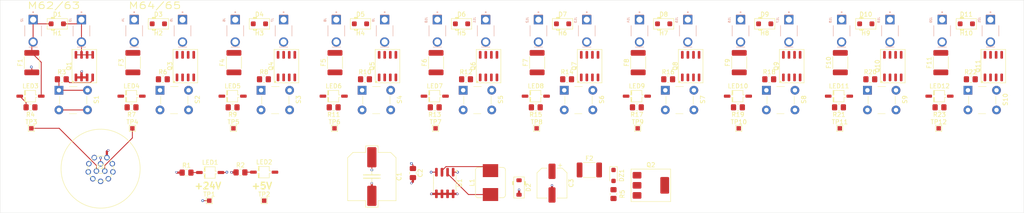
<source format=kicad_pcb>
(kicad_pcb (version 20241229) (generator "pcbnew") (generator_version "9.0")
  (layers (0 "F.Cu" signal) (4 "In1.Cu" signal) (6 "In2.Cu" signal) (2 "B.Cu" signal) (13 "F.Paste" user) (15 "B.Paste" user) (5 "F.SilkS" user "F.Silkscreen") (7 "B.SilkS" user "B.Silkscreen") (1 "F.Mask" user) (3 "B.Mask" user) (25 "Edge.Cuts" user))
  (net 0 "")
  (net 1 "/+24V")
  (net 2 "GND")
  (net 3 "/dc_dc_psu/Feedback")
  (net 4 "/solenoid_channel1/solenoid_P")
  (net 5 "/solenoid_channel1/solenoid_N")
  (net 6 "Net-(D2-K)")
  (net 7 "/solenoid_channel2/solenoid_P")
  (net 8 "/solenoid_channel2/solenoid_N")
  (net 9 "/solenoid_channel3/solenoid_N")
  (net 10 "/solenoid_channel3/solenoid_P")
  (net 11 "/solenoid_channel4/solenoid_N")
  (net 12 "/solenoid_channel4/solenoid_P")
  (net 13 "/solenoid_channel5/solenoid_P")
  (net 14 "/solenoid_channel5/solenoid_N")
  (net 15 "/solenoid_channel6/solenoid_N")
  (net 16 "/solenoid_channel6/solenoid_P")
  (net 17 "/solenoid_channel7/solenoid_N")
  (net 18 "/solenoid_channel7/solenoid_P")
  (net 19 "/solenoid_channel8/solenoid_P")
  (net 20 "/solenoid_channel8/solenoid_N")
  (net 21 "/solenoid_channel9/solenoid_P")
  (net 22 "/solenoid_channel9/solenoid_N")
  (net 23 "/solenoid_channel10/solenoid_N")
  (net 24 "/solenoid_channel10/solenoid_P")
  (net 25 "Net-(DZ1-A)")
  (net 26 "/VGATE")
  (net 27 "/CH7_IN")
  (net 28 "/CH5_IN")
  (net 29 "/CH9_IN")
  (net 30 "/CH8_IN")
  (net 31 "/CH2_IN")
  (net 32 "/CH6_IN")
  (net 33 "/CH4_IN")
  (net 34 "/CH10_IN")
  (net 35 "/CH1_IN")
  (net 36 "/CH3_IN")
  (net 37 "Net-(LED1-K)")
  (net 38 "Net-(LED2-K)")
  (net 39 "Net-(LED3-K)")
  (net 40 "Net-(LED4-K)")
  (net 41 "Net-(LED5-K)")
  (net 42 "Net-(LED6-K)")
  (net 43 "Net-(LED7-K)")
  (net 44 "Net-(LED8-K)")
  (net 45 "Net-(LED9-K)")
  (net 46 "Net-(LED10-K)")
  (net 47 "Net-(LED11-K)")
  (net 48 "Net-(LED12-K)")
  (net 49 "Net-(Q1-G)")
  (net 50 "Net-(Q3-G)")
  (net 51 "Net-(Q4-G)")
  (net 52 "Net-(Q5-G)")
  (net 53 "Net-(Q6-G)")
  (net 54 "Net-(Q7-G)")
  (net 55 "Net-(Q8-G)")
  (net 56 "Net-(Q9-G)")
  (net 57 "Net-(Q10-G)")
  (net 58 "Net-(Q11-G)")
  (footprint "Resistor_SMD:R_0805_2012Metric_Pad1.20x1.40mm_HandSolder" (layer "F.Cu") (at 136.613376 89.2095 180)
    (property "Reference" "R7")
    (property "Value" "1k2")
  )
  (footprint "TestPoint:TestPoint_Pad_1.0x1.0mm" (layer "F.Cu") (at 228.8 94)
    (property "Reference" "TP8")
    (property "Value" "CH6")
  )
  (footprint "Fuse:Fuse_1812_4532Metric_Pad1.30x3.40mm_HandSolder" (layer "F.Cu") (at 159.913376 79.0095 90)
    (property "Reference" "F4")
    (property "Value" "SMD1812P030TF")
  )
  (footprint "Fuse:Fuse_1812_4532Metric_Pad1.30x3.40mm_HandSolder" (layer "F.Cu") (at 297.913376 79.0095 90)
    (property "Reference" "F10")
    (property "Value" "SMD1812P030TF")
  )
  (footprint "Resistor_SMD:R_0805_2012Metric_Pad1.20x1.40mm_HandSolder" (layer "F.Cu") (at 258.738375 82.8095)
    (property "Reference" "R16")
    (property "Value" "4k7")
  )
  (footprint "PCM_Package_SO_AKL:SO-8_3.9x4.9mm_P1.27mm" (layer "F.Cu") (at 148.863376 79.8095 90)
    (property "Reference" "Q3")
    (property "Value" "AO4486" (hide yes))
  )
  (footprint "Fuse:Fuse_1812_4532Metric_Pad1.30x3.40mm_HandSolder" (layer "F.Cu") (at 228.913376 79.0095 90)
    (property "Reference" "F7")
    (property "Value" "SMD1812P030TF")
  )
  (footprint "PCM_Diode_SMD_AKL:D_SOD-123" (layer "F.Cu") (at 224.8 107.5 -90)
    (property "Reference" "D2")
    (property "Value" "SK34" (hide yes))
  )
  (footprint "TestPoint:TestPoint_Pad_1.0x1.0mm" (layer "F.Cu") (at 205.8 94)
    (property "Reference" "TP7")
    (property "Value" "CH5")
  )
  (footprint "PCM_LED_SMD_AKL:LED_1.8mm_GullWing" (layer "F.Cu") (at 159.613376 86.6595)
    (property "Reference" "LED5")
    (property "Value" "LED_1.8mm_SMD" (hide yes))
  )
  (footprint "Resistor_SMD:R_0805_2012Metric_Pad1.20x1.40mm_HandSolder" (layer "F.Cu") (at 166.738375 82.8095)
    (property "Reference" "R8")
    (property "Value" "4k7")
  )
  (footprint "digikey-footprints:Switch_Tactile_THT_B3F-1xxx" (layer "F.Cu") (at 143.087175 85.2989)
    (property "Reference" "S2")
    (property "Value" "B3F-1000")
  )
  (footprint "MountingHole:MountingHole_3.2mm_M3_DIN965" (layer "F.Cu") (at 188.713376 76.0845)
    (property "Reference" "H4")
    (property "Value" "solenoid_hole")
  )
  (footprint "PCM_Package_SO_AKL:SO-8_3.9x4.9mm_P1.27mm" (layer "F.Cu") (at 286.863376 79.8095 90)
    (property "Reference" "Q9")
    (property "Value" "AO4486" (hide yes))
  )
  (footprint "MountingHole:MountingHole_3.2mm_M3_DIN965" (layer "F.Cu") (at 234.713376 76.0845)
    (property "Reference" "H6")
    (property "Value" "solenoid_hole")
  )
  (footprint "PCM_Package_SO_AKL:SO-8_3.9x4.9mm_P1.27mm" (layer "F.Cu") (at 240.863376 79.8095 90)
    (property "Reference" "Q7")
    (property "Value" "AO4486" (hide yes))
  )
  (footprint "PCM_LED_SMD_AKL:LED_1.8mm_GullWing" (layer "F.Cu") (at 113.613375 86.6595)
    (property "Reference" "LED3")
    (property "Value" "LED_1.8mm_SMD" (hide yes))
  )
  (footprint "Resistor_SMD:R_0805_2012Metric_Pad1.20x1.40mm_HandSolder" (layer "F.Cu") (at 251.613376 89.2095 180)
    (property "Reference" "R17")
    (property "Value" "1k2")
  )
  (footprint "Resistor_SMD:R_0805_2012Metric_Pad1.20x1.40mm_HandSolder" (layer "F.Cu") (at 120.738375 82.8095)
    (property "Reference" "R3")
    (property "Value" "4k7")
  )
  (footprint "PCM_Diode_SMD_AKL:D_SOD-123F" (layer "F.Cu") (at 303.713376 70.159501)
    (property "Reference" "D10")
    (property "Value" "SM4007PL" (hide yes))
  )
  (footprint "Resistor_SMD:R_0805_2012Metric_Pad1.20x1.40mm_HandSolder" (layer "F.Cu") (at 274.613376 89.2095 180)
    (property "Reference" "R19")
    (property "Value" "1k2")
  )
  (footprint "Resistor_SMD:R_0805_2012Metric_Pad1.20x1.40mm_HandSolder" (layer "F.Cu") (at 189.738375 82.8095)
    (property "Reference" "R10")
    (property "Value" "4k7")
  )
  (footprint "PCM_LED_SMD_AKL:LED_1.8mm_GullWing" (layer "F.Cu") (at 182.613376 86.6595)
    (property "Reference" "LED6")
    (property "Value" "LED_1.8mm_SMD" (hide yes))
  )
  (footprint "Resistor_SMD:R_0805_2012Metric_Pad1.20x1.40mm_HandSolder" (layer "F.Cu") (at 228.613376 89.2095 180)
    (property "Reference" "R15")
    (property "Value" "1k2")
  )
  (footprint "PCM_Capacitor_SMD_US_Handsoldering_AKL:C_Elec_10x10.2" (layer "F.Cu") (at 191.3 105 -90)
    (property "Reference" "C1")
    (property "Value" "330u" (hide yes))
  )
  (footprint "PCM_Diode_SMD_AKL:D_SOD-123F" (layer "F.Cu") (at 142.713376 70.159501)
    (property "Reference" "D3")
    (property "Value" "SM4007PL" (hide yes))
  )
  (footprint "PCM_LED_SMD_AKL:LED_1.8mm_GullWing" (layer "F.Cu") (at 251.613376 86.6595)
    (property "Reference" "LED9")
    (property "Value" "LED_1.8mm_SMD" (hide yes))
  )
  (footprint "Resistor_SMD:R_0805_2012Metric_Pad1.20x1.40mm_HandSolder" (layer "F.Cu") (at 297.613376 89.2095 180)
    (property "Reference" "R21")
    (property "Value" "1k2")
  )
  (footprint "PCM_LED_SMD_AKL:LED_1.8mm_GullWing" (layer "F.Cu") (at 166.8 104)
    (property "Reference" "LED2")
    (property "Value" "LED_1.8mm_SMD" (hide yes))
  )
  (footprint "Diode_SMD:D_SOD-323_HandSoldering" (layer "F.Cu") (at 246.3 104.75 -90)
    (property "Reference" "DZ1")
    (property "Value" "BZT52-C5V6")
  )
  (footprint "PCM_LED_SMD_AKL:LED_1.8mm_GullWing" (layer "F.Cu") (at 136.613376 86.6595)
    (property "Reference" "LED4")
    (property "Value" "LED_1.8mm_SMD" (hide yes))
  )
  (footprint "MountingHole:MountingHole_3.2mm_M3_DIN965" (layer "F.Cu") (at 142.713376 76.0845)
    (property "Reference" "H2")
    (property "Value" "solenoid_hole")
  )
  (footprint "Fuse:Fuse_1812_4532Metric_Pad1.30x3.40mm_HandSolder" (layer "F.Cu") (at 182.913376 79.0095 90)
    (property "Reference" "F5")
    (property "Value" "SMD1812P030TF")
  )
  (footprint "Resistor_SMD:R_0805_2012Metric_Pad1.20x1.40mm_HandSolder" (layer "F.Cu") (at 143.738375 82.8095)
    (property "Reference" "R6")
    (property "Value" "4k7")
  )
  (footprint "Fuse:Fuse_1812_4532Metric_Pad1.30x3.40mm_HandSolder" (layer "F.Cu") (at 274.913376 79.0095 90)
    (property "Reference" "F9")
    (property "Value" "SMD1812P030TF")
  )
  (footprint "TestPoint:TestPoint_Pad_1.0x1.0mm" (layer "F.Cu") (at 166.8 110.5)
    (property "Reference" "TP2")
    (property "Value" "VGATE")
  )
  (footprint "MountingHole:MountingHole_3.2mm_M3_DIN965" (layer "F.Cu") (at 211.713376 76.0845)
    (property "Reference" "H5")
    (property "Value" "solenoid_hole")
  )
  (footprint "PCM_Diode_SMD_AKL:D_SOD-123F" (layer "F.Cu") (at 188.713376 70.159501)
    (property "Reference" "D5")
    (property "Value" "SM4007PL" (hide yes))
  )
  (footprint "digikey-footprints:Switch_Tactile_THT_B3F-1xxx" (layer "F.Cu") (at 304.087175 85.2989)
    (property "Reference" "S9")
    (property "Value" "B3F-1000")
  )
  (footprint "digikey-footprints:Switch_Tactile_THT_B3F-1xxx" (layer "F.Cu") (at 258.087175 85.2989)
    (property "Reference" "S7")
    (property "Value" "B3F-1000")
  )
  (footprint "MountingHole:MountingHole_3.2mm_M3_DIN965" (layer "F.Cu") (at 303.713376 76.0845)
    (property "Reference" "H9")
    (property "Value" "solenoid_hole")
  )
  (footprint "digikey-footprints:Switch_Tactile_THT_B3F-1xxx" (layer "F.Cu") (at 235.087175 85.2989)
    (property "Reference" "S6")
    (property "Value" "B3F-1000")
  )
  (footprint "Capacitor_SMD:C_0805_2012Metric_Pad1.18x1.45mm_HandSolder" (layer "F.Cu") (at 200.645 104.2 -90)
    (property "Reference" "C2")
    (property "Value" "3.3n")
  )
  (footprint "digikey-footprints:Switch_Tactile_THT_B3F-1xxx" (layer "F.Cu") (at 326.962175 85.2989)
    (property "Reference" "S10")
    (property "Value" "B3F-1000")
  )
  (footprint "TestPoint:TestPoint_Pad_1.0x1.0mm" (layer "F.Cu") (at 182.8 94)
    (property "Reference" "TP6")
    (property "Value" "CH4")
  )
  (footprint "Fuse:Fuse_1812_4532Metric_Pad1.30x3.40mm_HandSolder" (layer "F.Cu") (at 320.788376 79.0095 90)
    (property "Reference" "F11")
    (property "Value" "SMD1812P030TF")
  )
  (footprint "MountingHole:MountingHole_3.2mm_M3_DIN965" (layer "F.Cu") (at 257.713376 76.0845)
    (property "Reference" "H7")
    (property "Value" "solenoid_hole")
  )
  (footprint "Fuse:Fuse_1812_4532Metric_Pad1.30x3.40mm_HandSolder" (layer "F.Cu") (at 113.913375 79.0095 90)
    (property "Reference" "F1")
    (property "Value" "SMD1812P030TF")
  )
  (footprint "TestPoint:TestPoint_Pad_1.0x1.0mm" (layer "F.Cu") (at 154.3 110.5)
    (property "Reference" "TP1")
    (property "Value" "+24v")
  )
  (footprint "Resistor_SMD:R_0805_2012Metric_Pad1.20x1.40mm_HandSolder" (layer "F.Cu") (at 212.738375 82.8095)
    (property "Reference" "R12")
    (property "Value" "4k7")
  )
  (footprint "PCM_LED_SMD_AKL:LED_1.8mm_GullWing" (layer "F.Cu") (at 205.613376 86.6595)
    (property "Reference" "LED7")
    (property "Value" "LED_1.8mm_SMD" (hide yes))
  )
  (footprint "PCM_Package_TO_SOT_SMD_AKL:SOT-223-3_TabPin2" (layer "F.Cu") (at 254.8 107)
    (property "Reference" "Q2")
    (property "Value" "BT148W-600R" (hide yes))
  )
  (footprint "MountingHole:MountingHole_3.2mm_M3_DIN965" (layer "F.Cu") (at 119.713375 76.0845)
    (property "Reference" "H1")
    (property "Value" "solenoid_hole")
  )
  (footprint "PCM_Package_SO_AKL:SO-8_3.9x4.9mm_P1.27mm" (layer "F.Cu") (at 125.863375 79.8095 90)
    (property "Reference" "Q1")
    (property "Value" "AO4486" (hide yes))
  )
  (footprint "MountingHole:MountingHole_3.2mm_M3_DIN965" (layer "F.Cu") (at 280.713376 76.0845)
    (property "Reference" "H8")
    (property "Value" "solenoid_hole")
  )
  (footprint "PCM_Diode_SMD_AKL:D_SOD-123F" (layer "F.Cu") (at 257.713376 70.159501)
    (property "Reference" "D8")
    (property "Value" "SM4007PL" (hide yes))
  )
  (footprint "PCM_Package_SO_AKL:SO-8_3.9x4.9mm_P1.27mm" (layer "F.Cu") (at 309.863376 79.8095 90)
    (property "Reference" "Q10")
    (property "Value" "AO4486" (hide yes))
  )
  (footprint "PCM_Diode_SMD_AKL:D_SOD-123F" (layer "F.Cu") (at 280.713376 70.159501)
    (property "Reference" "D9")
    (property "Value" "SM4007PL" (hide yes))
  )
  (footprint "Resistor_SMD:R_0805_2012Metric_Pad1.20x1.40mm_HandSolder" (layer "F.Cu") (at 281.738375 82.8095)
    (property "Reference" "R18")
    (property "Value" "4k7")
  )
  (footprint "PCM_LED_SMD_AKL:LED_1.8mm_GullWing" (layer "F.Cu") (at 154.5 104.075)
    (property "Reference" "LED1")
    (property "Value" "LED_1.8mm_SMD" (hide yes))
  )
  (footprint "PCM_Diode_SMD_AKL:D_SOD-123F" (layer "F.Cu") (at 165.713376 70.159501)
    (property "Reference" "D4")
    (property "Value" "SM4007PL" (hide yes))
  )
  (footprint "Resistor_SMD:R_0805_2012Metric_Pad1.20x1.40mm_HandSolder" (layer "F.Cu") (at 113.613375 89.2095 180)
    (property "Reference" "R4")
    (property "Value" "1k2")
  )
  (footprint "PCM_Package_SO_AKL:SO-8_3.9x4.9mm_P1.27mm" (layer "F.Cu") (at 263.863376 79.8095 90)
    (property "Reference" "Q8")
    (property "Value" "AO4486" (hide yes))
  )
  (footprint "Package_SO:SOIC-8_3.9x4.9mm_P1.27mm" (layer "F.Cu") (at 207.895 106.475 -90)
    (property "Reference" "U1")
    (property "Value" "XL1509-5.0")
  )
  (footprint "Capacitor_SMD:CP_Elec_6.3x5.8" (layer "F.Cu") (at 232.3 106.5 -90)
    (property "Reference" "C3")
    (property "Value" "180u")
  )
  (footprint "Resistor_SMD:R_0805_2012Metric_Pad1.20x1.40mm_HandSolder" (layer "F.Cu") (at 149.125 104.1)
    (property "Reference" "R1")
    (property "Value" "1k2")
  )
  (footprint "PCM_LED_SMD_AKL:LED_1.8mm_GullWing" (layer "F.Cu") (at 228.613376 86.6595)
    (property "Reference" "LED8")
    (property "Value" "LED_1.8mm_SMD" (hide yes))
  )
  (footprint "Resistor_SMD:R_0805_2012Metric_Pad1.20x1.40mm_HandSolder" (layer "F.Cu") (at 327.613375 82.8095)
    (property "Reference" "R22")
    (property "Value" "4k7")
  )
  (footprint "PCM_LED_SMD_AKL:LED_1.8mm_GullWing" (layer "F.Cu") (at 274.613376 86.6595)
    (property "Reference" "LED10")
    (property "Value" "LED_1.8mm_SMD" (hide yes))
  )
  (footprint "Resistor_SMD:R_0805_2012Metric_Pad1.20x1.40mm_HandSolder" (layer "F.Cu") (at 320.488376 89.2095 180)
    (property "Reference" "R23")
    (property "Value" "1k2")
  )
  (footprint "PCM_Diode_SMD_AKL:D_SOD-123F" (layer "F.Cu") (at 211.713376 70.159501)
    (property "Reference" "D6")
    (property "Value" "SM4007PL" (hide yes))
  )
  (footprint "Resistor_SMD:R_0805_2012Metric_Pad1.20x1.40mm_HandSolder" (layer "F.Cu") (at 161.4 104.05)
    (property "Reference" "R2")
    (property "Value" "1k2")
  )
  (footprint "PCM_Package_SO_AKL:SO-8_3.9x4.9mm_P1.27mm" (layer "F.Cu") (at 217.863376 79.8095 90)
    (property "Reference" "Q6")
    (property "Value" "AO4486" (hide yes))
  )
  (footprint "Fuse:Fuse_1812_4532Metric_Pad1.30x3.40mm_HandSolder" (layer "F.Cu") (at 205.913376 79.0095 90)
    (property "Reference" "F6")
    (property "Value" "SMD1812P030TF")
  )
  (footprint "Resistor_SMD:R_0805_2012Metric_Pad1.20x1.40mm_HandSolder" (layer "F.Cu") (at 159.613376 89.2095 180)
    (property "Reference" "R9")
    (property "Value" "1k2")
  )
  (footprint "Resistor_SMD:R_0805_2012Metric_Pad1.20x1.40mm_HandSolder" (layer "F.Cu") (at 182.613376 89.2095 180)
    (property "Reference" "R11")
    (property "Value" "1k2")
  )
  (footprint "Resistor_SMD:R_0805_2012Metric_Pad1.20x1.40mm_HandSolder" (layer "F.Cu") (at 304.738375 82.8095)
    (property "Reference" "R20")
    (property "Value" "4k7")
  )
  (footprint "TestPoint:TestPoint_Pad_1.0x1.0mm" (layer "F.Cu") (at 251.8 94)
    (property "Reference" "TP9")
    (property "Value" "CH7")
  )
  (footprint "MountingHole:MountingHole_3.2mm_M3_DIN965" (layer "F.Cu") (at 326.588376 76.0845)
    (property "Reference" "H10")
    (property "Value" "solenoid_hole")
  )
  (footprint "solenoid_fp:M12-P12A-GPBM12" (layer "F.Cu") (at 129.57 103.2)
    (property "Reference" "J1")
    (property "Value" "Conn_01x12_Pin")
  )
  (footprint "TestPoint:TestPoint_Pad_1.0x1.0mm" (layer "F.Cu") (at 274.8 94)
    (property "Reference" "TP10")
    (property "Value" "CH8")
  )
  (footprint "digikey-footprints:Switch_Tactile_THT_B3F-1xxx" (layer "F.Cu") (at 189.087175 85.2989)
    (property "Reference" "S4")
    (property "Value" "B3F-1000")
  )
  (footprint "Resistor_SMD:R_0805_2012Metric_Pad1.20x1.40mm_HandSolder" (layer "F.Cu") (at 205.613376 89.2095 180)
    (property "Reference" "R13")
    (property "Value" "1k2")
  )
  (footprint "PCM_Diode_SMD_AKL:D_SOD-123F" (layer "F.Cu") (at 234.713376 70.159501)
    (property "Reference" "D7")
    (property "Value" "SM4007PL" (hide yes))
  )
  (footprint "TestPoint:TestPoint_Pad_1.0x1.0mm" (layer "F.Cu") (at 320.3 94)
    (property "Reference" "TP12")
    (property "Value" "CH10")
  )
  (footprint "PCM_LED_SMD_AKL:LED_1.8mm_GullWing" (layer "F.Cu") (at 320.488376 86.6595)
    (property "Reference" "LED12")
    (property "Value" "LED_1.8mm_SMD" (hide yes))
  )
  (footprint "digikey-footprints:Switch_Tactile_THT_B3F-1xxx" (layer "F.Cu") (at 212.087175 85.2989)
    (property "Reference" "S5")
    (property "Value" "B3F-1000")
  )
  (footprint "PCM_Diode_SMD_AKL:D_SOD-123F" (layer "F.Cu") (at 119.713375 70.1595)
    (property "Reference" "D1")
    (property "Value" "SM4007PL" (hide yes))
  )
  (footprint "PCM_Package_SO_AKL:SO-8_3.9x4.9mm_P1.27mm" (layer "F.Cu") (at 332.738376 79.8095 90)
    (property "Reference" "Q11")
    (property "Value" "AO4486" (hide yes))
  )
  (footprint "Fuse:Fuse_1812_4532Metric_Pad1.30x3.40mm_HandSolder" (layer "F.Cu") (at 251.913376 79.0095 90)
    (property "Reference" "F8")
    (property "Value" "SMD1812P030TF")
  )
  (footprint "TestPoint:TestPoint_Pad_1.0x1.0mm" (layer "F.Cu") (at 136.8 94)
    (property "Reference" "TP4")
    (property "Value" "CH2")
  )
  (footprint "TestPoint:TestPoint_Pad_1.0x1.0mm" (layer "F.Cu") (at 159.8 94)
    (property "Reference" "TP5")
    (property "Value" "CH3")
  )
  (footprint "TestPoint:TestPoint_Pad_1.0x1.0mm" (layer "F.Cu") (at 113.8 94)
    (property "Reference" "TP3")
    (property "Value" "CH1")
  )
  (footprint "PCM_Package_SO_AKL:SO-8_3.9x4.9mm_P1.27mm" (layer "F.Cu") (at 171.863376 79.8095 90)
    (property "Reference" "Q4")
    (property "Value" "AO4486" (hide yes))
  )
  (footprint "MountingHole:MountingHole_3.2mm_M3_DIN965" (layer "F.Cu") (at 165.713376 76.0845)
    (property "Reference" "H3")
    (property "Value" "solenoid_hole")
  )
  (footprint "PCM_Diode_SMD_AKL:D_SOD-123F" (layer "F.Cu") (at 326.588376 70.159501)
    (property "Reference" "D11")
    (property "Value" "SM4007PL" (hide yes))
  )
  (footprint "PCM_LED_SMD_AKL:LED_1.8mm_GullWing" (layer "F.Cu") (at 297.613376 86.6595)
    (property "Reference" "LED11")
    (property "Value" "LED_1.8mm_SMD" (hide yes))
  )
  (footprint "digikey-footprints:Switch_Tactile_THT_B3F-1xxx" (layer "F.Cu") (at 166.087175 85.2989)
    (property "Reference" "S3")
    (property "Value" "B3F-1000")
  )
  (footprint "Fuse:Fuse_1812_4532Metric_Pad1.30x3.40mm_HandSolder" (layer "F.Cu") (at 240.8 103.5)
    (property "Reference" "F2")
    (property "Value" "SMD1812P075TF/33")
  )
  (footprint "digikey-footprints:Switch_Tactile_THT_B3F-1xxx" (layer "F.Cu") (at 281.087175 85.2989)
    (property "Reference" "S8")
    (property "Value" "B3F-1000")
  )
  (footprint "Resistor_SMD:R_0805_2012Metric_Pad1.20x1.40mm_HandSolder" (layer "F.Cu") (at 246.3 109 -90)
    (property "Reference" "R5")
    (property "Value" "1k")
  )
  (footprint "Inductor_SMD:L_Bourns_SRP7028A_7.3x6.6mm" (layer "F.Cu") (at 218.3 106.375 90)
    (property "Reference" "L1")
    (property "Value" "68u")
  )
  (footprint "digikey-footprints:Switch_Tactile_THT_B3F-1xxx" (layer "F.Cu") (at 120.087175 85.2989)
    (property "Reference" "S1")
    (property "Value" "B3F-1000")
  )
  (footprint "Fuse:Fuse_1812_4532Metric_Pad1.30x3.40mm_HandSolder" (layer "F.Cu") (at 136.913376 79.0095 90)
    (property "Reference" "F3")
    (property "Value" "SMD1812P030TF")
  )
  (footprint "TestPoint:TestPoint_Pad_1.0x1.0mm" (layer "F.Cu") (at 297.8 94)
    (property "Reference" "TP11")
    (property "Value" "CH9")
  )
  (footprint "Resistor_SMD:R_0805_2012Metric_Pad1.20x1.40mm_HandSolder" (layer "F.Cu") (at 235.738375 82.8095)
    (property "Reference" "R14")
    (property "Value" "4k7")
  )
  (footprint "PCM_Package_SO_AKL:SO-8_3.9x4.9mm_P1.27mm" (layer "F.Cu") (at 194.863376 79.8095 90)
    (property "Reference" "Q5")
    (property "Value" "AO4486" (hide yes))
  )
  (footprint "solenoid_fp:TE_1217080-1" (layer "B.Cu") (at 125.213375 71.7595 -90)
    (property "Reference" "J3")
    (property "Value" "1217080-1")
  )
  (footprint "solenoid_fp:TE_1217080-1" (layer "B.Cu") (at 160.213376 71.7595 -90)
    (property "Reference" "J6")
    (property "Value" "1217080-1")
  )
  (footprint "solenoid_fp:TE_1217080-1" (layer "B.Cu") (at 321.088376 71.7595 -90)
    (property "Reference" "J20")
    (property "Value" "1217080-1")
  )
  (footprint "solenoid_fp:TE_1217080-1" (layer "B.Cu") (at 206.213376 71.7595 -90)
    (property "Reference" "J10")
    (property "Value" "1217080-1")
  )
  (footprint "solenoid_fp:TE_1217080-1" (layer "B.Cu") (at 229.213376 71.7595 -90)
    (property "Reference" "J12")
    (property "Value" "1217080-1")
  )
  (footprint "solenoid_fp:TE_1217080-1" (layer "B.Cu") (at 194.213376 71.7595 -90)
    (property "Reference" "J9")
    (property "Value" "1217080-1")
  )
  (footprint "solenoid_fp:TE_1217080-1" (layer "B.Cu") (at 240.213376 71.7595 -90)
    (property "Reference" "J13")
    (property "Value" "1217080-1")
  )
  (footprint "solenoid_fp:TE_1217080-1" (layer "B.Cu") (at 252.213376 71.7595 -90)
    (property "Reference" "J14")
    (property "Value" "1217080-1")
  )
  (footprint "solenoid_fp:TE_1217080-1" (layer "B.Cu") (at 148.213376 71.7595 -90)
    (property "Reference" "J5")
    (property "Value" "1217080-1")
  )
  (footprint "solenoid_fp:TE_1217080-1" (layer "B.Cu") (at 183.213376 71.7595 -90)
    (property "Reference" "J8")
    (property "Value" "1217080-1")
  )
  (footprint "solenoid_fp:TE_1217080-1" (layer "B.Cu") (at 298.213376 71.7595 -90)
    (property "Reference" "J18")
    (property "Value" "1217080-1")
  )
  (footprint "solenoid_fp:TE_1217080-1" (layer "B.Cu") (at 263.213376 71.7595 -90)
    (property "Reference" "J15")
    (property "Value" "1217080-1")
  )
  (footprint "solenoid_fp:TE_1217080-1" (layer "B.Cu") (at 137.213376 71.7595 -90)
    (property "Reference" "J4")
    (property "Value" "1217080-1")
  )
  (footprint "solenoid_fp:TE_1217080-1" (layer "B.Cu") (at 309.213376 71.7595 -90)
    (property "Reference" "J19")
    (property "Value" "1217080-1")
  )
  (footprint "solenoid_fp:TE_1217080-1" (layer "B.Cu") (at 171.213376 71.7595 -90)
    (property "Reference" "J7")
    (property "Value" "1217080-1")
  )
  (footprint "solenoid_fp:TE_1217080-1" (layer "B.Cu") (at 114.213375 71.7595 -90)
    (property "Reference" "J2")
    (property "Value" "1217080-1")
  )
  (footprint "solenoid_fp:TE_1217080-1" (layer "B.Cu") (at 286.213376 71.7595 -90)
    (property "Reference" "J17")
    (property "Value" "1217080-1")
  )
  (footprint "solenoid_fp:TE_1217080-1" (layer "B.Cu") (at 275.213376 71.7595 -90)
    (property "Reference" "J16")
    (property "Value" "1217080-1")
  )
  (footprint "solenoid_fp:TE_1217080-1" (layer "B.Cu") (at 332.088376 71.7595 -90)
    (property "Reference" "J21")
    (property "Value" "1217080-1")
  )
  (footprint "solenoid_fp:TE_1217080-1" (layer "B.Cu") (at 217.213376 71.7595 -90)
    (property "Reference" "J11")
    (property "Value" "1217080-1")
  )
  (gr_rect (start 106.7 64.75) (end 339.7 113.25) (stroke (width 0.05)) (fill no) (layer "Edge.Cuts"))
  (gr_text "M64/65" (at 135.8 66 0) (layer "F.SilkS") (effects (font (size 1.5 2) (thickness 0.1875)) (justify left)))
  (gr_text "+5V" (at 163.8 108 0) (layer "F.SilkS") (effects (font (size 1.5 1.5) (thickness 0.3) (bold yes)) (justify left bottom)))
  (gr_text "+24V" (at 150.8 108 0) (layer "F.SilkS") (effects (font (size 1.5 1.5) (thickness 0.3) (bold yes)) (justify left bottom)))
  (gr_text "M62/63" (at 112.8 66 0) (layer "F.SilkS") (effects (font (size 1.5 2) (thickness 0.1875)) (justify left)))
  (segment (start 156.95 104.075) (end 158.225 104.075) (width 0.2) (layer "F.Cu") (net 1))
  (segment (start 200.645 102.345) (end 200.3 102) (width 0.2) (layer "F.Cu") (net 1))
  (segment (start 154.3 110.5) (end 152.8 110.5) (width 0.2) (layer "F.Cu") (net 1))
  (segment (start 200.645 103.1625) (end 200.645 102.345) (width 0.2) (layer "F.Cu") (net 1))
  (segment (start 209.8 104) (end 210.8 104) (width 0.2) (layer "F.Cu") (net 1))
  (segment (start 191.3 100.6) (end 191.3 103.5) (width 0.2) (layer "F.Cu") (net 1))
  (segment (start 129.57 100.73) (end 129.57 102.1) (width 0.2) (layer "F.Cu") (net 1))
  (segment (start 158.225 104.075) (end 158.3 104) (width 0.2) (layer "F.Cu") (net 1))
  (segment (start 205.99 104) (end 204.8 104) (width 0.2) (layer "F.Cu") (net 1))
  (segment (start 113.913375 80.113375) (end 113.8 80) (width 0.2) (layer "F.Cu") (net 1))
  (segment (start 113.913375 81.2345) (end 113.913375 80.113375) (width 0.2) (layer "F.Cu") (net 1))
  (via (at 191.3 103.5) (size 0.6) (drill 0.3) (layers "F.Cu" "B.Cu") (net 1))
  (via (at 204.8 104) (size 0.6) (drill 0.3) (layers "F.Cu" "B.Cu") (net 1))
  (via (at 200.3 102) (size 0.6) (drill 0.3) (layers "F.Cu" "B.Cu") (net 1))
  (via (at 210.8 104) (size 0.6) (drill 0.3) (layers "F.Cu" "B.Cu") (net 1))
  (via (at 113.8 80) (size 0.6) (drill 0.3) (layers "F.Cu" "B.Cu") (net 1))
  (via (at 129.57 100.73) (size 0.6) (drill 0.3) (layers "F.Cu" "B.Cu") (net 1))
  (via (at 152.8 110.5) (size 0.6) (drill 0.3) (layers "F.Cu" "B.Cu") (net 1))
  (via (at 158.3 104) (size 0.6) (drill 0.3) (layers "F.Cu" "B.Cu") (net 1))
  (segment (start 131 99.3) (end 131.3 99) (width 0.5) (layer "F.Cu") (net 2))
  (segment (start 191.3 109.4) (end 191.3 106.5) (width 0.5) (layer "F.Cu") (net 2))
  (segment (start 205.99 108.95) (end 209.8 108.95) (width 0.5) (layer "F.Cu") (net 2))
  (segment (start 125.228375 82.3845) (end 125.228375 81.071625) (width 0.5) (layer "F.Cu") (net 2))
  (segment (start 204.8 109) (end 204.85 108.95) (width 0.5) (layer "F.Cu") (net 2))
  (segment (start 148.125 104.1) (end 146.9 104.1) (width 0.5) (layer "F.Cu") (net 2))
  (segment (start 123.958375 82.3845) (end 126.498375 82.3845) (width 0.5) (layer "F.Cu") (net 2))
  (segment (start 125.228375 81.071625) (end 125.3 81) (width 0.5) (layer "F.Cu") (net 2))
  (segment (start 205.99 108.95) (end 204.85 108.95) (width 0.5) (layer "F.Cu") (net 2))
  (segment (start 232.3 109.2) (end 232.3 107) (width 0.5) (layer "F.Cu") (net 2))
  (segment (start 131 100.68) (end 131 99.3) (width 0.5) (layer "F.Cu") (net 2))
  (segment (start 200.645 106.155) (end 200.3 106.5) (width 0.5) (layer "F.Cu") (net 2))
  (segment (start 224.8 109.15) (end 224.8 108) (width 0.5) (layer "F.Cu") (net 2))
  (segment (start 209.8 108.95) (end 210.75 108.95) (width 0.5) (layer "F.Cu") (net 2))
  (segment (start 200.645 105.2375) (end 200.645 106.155) (width 0.5) (layer "F.Cu") (net 2))
  (segment (start 159.3 104) (end 159.35 104.05) (width 0.5) (layer "F.Cu") (net 2))
  (segment (start 210.8 109) (end 210.75 108.95) (width 0.5) (layer "F.Cu") (net 2))
  (segment (start 160.4 104.05) (end 159.35 104.05) (width 0.5) (layer "F.Cu") (net 2))
  (via (at 210.75 108.95) (size 0.5) (drill 0.3) (layers "F.Cu" "B.Cu") (net 2))
  (via (at 204.85 108.95) (size 0.5) (drill 0.3) (layers "F.Cu" "B.Cu") (net 2))
  (via (at 200.3 106.5) (size 0.5) (drill 0.3) (layers "F.Cu" "B.Cu") (net 2))
  (via (at 125.3 81) (size 0.5) (drill 0.3) (layers "F.Cu" "B.Cu") (net 2))
  (via (at 146.8 104) (size 0.5) (drill 0.3) (layers "F.Cu" "B.Cu") (net 2))
  (via (at 131.3 99) (size 0.5) (drill 0.3) (layers "F.Cu" "B.Cu") (net 2))
  (via (at 159.35 104.05) (size 0.5) (drill 0.3) (layers "F.Cu" "B.Cu") (net 2))
  (via (at 224.8 108) (size 0.5) (drill 0.3) (layers "F.Cu" "B.Cu") (net 2))
  (via (at 232.3 107) (size 0.5) (drill 0.3) (layers "F.Cu" "B.Cu") (net 2))
  (via (at 191.3 106.5) (size 0.5) (drill 0.3) (layers "F.Cu" "B.Cu") (net 2))
  (segment (start 218.3 103.65) (end 217.374 102.724) (width 0.2) (layer "F.Cu") (net 3))
  (segment (start 208.189032 102.724) (end 207.26 103.653032) (width 0.2) (layer "F.Cu") (net 3))
  (segment (start 217.374 102.724) (end 208.189032 102.724) (width 0.2) (layer "F.Cu") (net 3))
  (segment (start 207.26 103.653032) (end 207.26 104) (width 0.2) (layer "F.Cu") (net 3))
  (segment (start 207.26 104.974999) (end 207.26 104) (width 0.2) (layer "F.Cu") (net 3))
  (segment (start 113.913375 76.7845) (end 113.913375 74.5995) (width 0.2) (layer "F.Cu") (net 4))
  (segment (start 116.063375 86.6595) (end 116.063375 78.9345) (width 0.2) (layer "F.Cu") (net 4))
  (segment (start 118.313375 70.1595) (end 115.153375 70.1595) (width 0.2) (layer "F.Cu") (net 4))
  (segment (start 114.213375 69.2195) (end 114.213375 74.2995) (width 0.2) (layer "F.Cu") (net 4))
  (segment (start 116.063375 78.9345) (end 113.913375 76.7845) (width 0.2) (layer "F.Cu") (net 4))
  (segment (start 115.153375 70.1595) (end 114.213375 69.2195) (width 0.2) (layer "F.Cu") (net 4))
  (segment (start 113.913375 74.5995) (end 114.213375 74.2995) (width 0.2) (layer "F.Cu") (net 4))
  (segment (start 125.213375 74.2995) (end 125.213375 69.2195) (width 0.2) (layer "F.Cu") (net 5))
  (segment (start 123.958375 77.2345) (end 125.228375 77.2345) (width 0.2) (layer "F.Cu") (net 5))
  (segment (start 121.113375 70.1595) (end 124.273375 70.1595) (width 0.2) (layer "F.Cu") (net 5))
  (segment (start 125.228375 76.571625) (end 125.213375 76.556625) (width 0.2) (layer "F.Cu") (net 5))
  (segment (start 126.498375 77.2345) (end 125.228375 77.2345) (width 0.2) (layer "F.Cu") (net 5))
  (segment (start 126.498375 77.2345) (end 127.768375 77.2345) (width 0.2) (layer "F.Cu") (net 5))
  (segment (start 124.273375 70.1595) (end 125.213375 69.2195) (width 0.2) (layer "F.Cu") (net 5))
  (segment (start 125.213375 76.556625) (end 125.213375 74.2995) (width 0.2) (layer "F.Cu") (net 5))
  (segment (start 125.228375 77.2345) (end 125.228375 76.571625) (width 0.2) (layer "F.Cu") (net 5))
  (segment (start 208.53 104) (end 208.53 103.653032) (width 0.2) (layer "F.Cu") (net 6))
  (segment (start 208.53 104) (end 208.53 104.346968) (width 0.2) (layer "F.Cu") (net 6))
  (segment (start 208.53 104.346968) (end 213.283032 109.1) (width 0.2) (layer "F.Cu") (net 6))
  (segment (start 213.283032 109.1) (end 218.3 109.1) (width 0.2) (layer "F.Cu") (net 6))
  (segment (start 120.088375 89.8095) (end 126.588375 89.8095) (width 0.2) (layer "F.Cu") (net 26))
  (segment (start 130.52 102.469562) (end 136.8 96.189562) (width 0.2) (layer "F.Cu") (net 31))
  (segment (start 130.52 103.75) (end 130.52 102.469562) (width 0.2) (layer "F.Cu") (net 31))
  (segment (start 136.8 96.189562) (end 136.8 94) (width 0.2) (layer "F.Cu") (net 31))
  (segment (start 120.088375 83.1595) (end 119.738375 82.8095) (width 0.2) (layer "F.Cu") (net 35))
  (segment (start 128.62 103.75) (end 128.62 102.469562) (width 0.2) (layer "F.Cu") (net 35))
  (segment (start 128.62 102.469562) (end 120.150438 94) (width 0.2) (layer "F.Cu") (net 35))
  (segment (start 120.150438 94) (end 113.8 94) (width 0.2) (layer "F.Cu") (net 35))
  (segment (start 120.088375 85.3095) (end 120.088375 83.1595) (width 0.2) (layer "F.Cu") (net 35))
  (segment (start 126.588375 85.3095) (end 120.088375 85.3095) (width 0.2) (layer "F.Cu") (net 35))
  (segment (start 152.05 104.075) (end 150.15 104.075) (width 0.2) (layer "F.Cu") (net 37))
  (segment (start 150.15 104.075) (end 150.125 104.1) (width 0.2) (layer "F.Cu") (net 37))
  (segment (start 162.45 104) (end 162.4 104.05) (width 0.2) (layer "F.Cu") (net 38))
  (segment (start 164.35 104) (end 162.45 104) (width 0.2) (layer "F.Cu") (net 38))
  (segment (start 112.613375 88.1095) (end 111.163375 86.6595) (width 0.2) (layer "F.Cu") (net 39))
  (segment (start 112.613375 89.2095) (end 112.613375 88.1095) (width 0.2) (layer "F.Cu") (net 39))
  (segment (start 121.738375 82.8095) (end 122.489375 83.5605) (width 0.2) (layer "F.Cu") (net 49))
  (segment (start 127.768375 83.031625) (end 127.768375 82.3845) (width 0.2) (layer "F.Cu") (net 49))
  (segment (start 122.489375 83.5605) (end 127.2395 83.5605) (width 0.2) (layer "F.Cu") (net 49))
  (segment (start 127.2395 83.5605) (end 127.768375 83.031625) (width 0.2) (layer "F.Cu") (net 49))
)
</source>
